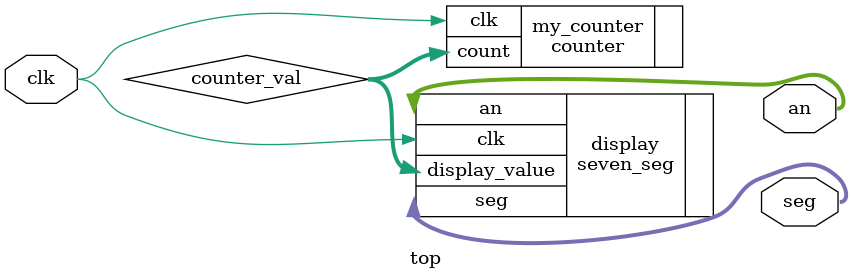
<source format=v>
module top(
    input clk,        // 100MHz clock
    output [6:0] seg, // 7-segment segments
    output [3:0] an   // Digit anodes
);

// Internal wire for counter value
wire [15:0] counter_val;

// Instantiate counter module
counter my_counter(
    .clk(clk),
    .count(counter_val)
);

// Instantiate 7-segment display
seven_seg display(
    .clk(clk),
    .display_value(counter_val),
    .seg(seg),
    .an(an)
);

endmodule
</source>
